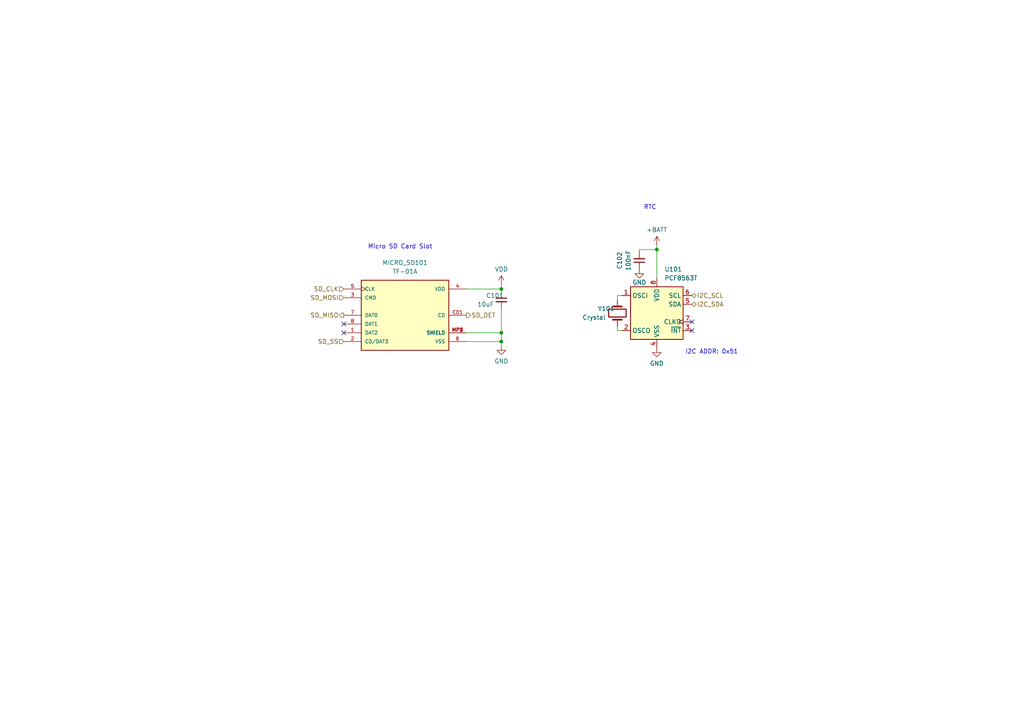
<source format=kicad_sch>
(kicad_sch
	(version 20231120)
	(generator "eeschema")
	(generator_version "8.0")
	(uuid "d339b9d8-51a7-460e-bb19-8d8c25d3e2aa")
	(paper "A4")
	(lib_symbols
		(symbol "Device:C_Small"
			(pin_numbers hide)
			(pin_names
				(offset 0.254) hide)
			(exclude_from_sim no)
			(in_bom yes)
			(on_board yes)
			(property "Reference" "C"
				(at 0.254 1.778 0)
				(effects
					(font
						(size 1.27 1.27)
					)
					(justify left)
				)
			)
			(property "Value" "C_Small"
				(at 0.254 -2.032 0)
				(effects
					(font
						(size 1.27 1.27)
					)
					(justify left)
				)
			)
			(property "Footprint" ""
				(at 0 0 0)
				(effects
					(font
						(size 1.27 1.27)
					)
					(hide yes)
				)
			)
			(property "Datasheet" "~"
				(at 0 0 0)
				(effects
					(font
						(size 1.27 1.27)
					)
					(hide yes)
				)
			)
			(property "Description" "Unpolarized capacitor, small symbol"
				(at 0 0 0)
				(effects
					(font
						(size 1.27 1.27)
					)
					(hide yes)
				)
			)
			(property "ki_keywords" "capacitor cap"
				(at 0 0 0)
				(effects
					(font
						(size 1.27 1.27)
					)
					(hide yes)
				)
			)
			(property "ki_fp_filters" "C_*"
				(at 0 0 0)
				(effects
					(font
						(size 1.27 1.27)
					)
					(hide yes)
				)
			)
			(symbol "C_Small_0_1"
				(polyline
					(pts
						(xy -1.524 -0.508) (xy 1.524 -0.508)
					)
					(stroke
						(width 0.3302)
						(type default)
					)
					(fill
						(type none)
					)
				)
				(polyline
					(pts
						(xy -1.524 0.508) (xy 1.524 0.508)
					)
					(stroke
						(width 0.3048)
						(type default)
					)
					(fill
						(type none)
					)
				)
			)
			(symbol "C_Small_1_1"
				(pin passive line
					(at 0 2.54 270)
					(length 2.032)
					(name "~"
						(effects
							(font
								(size 1.27 1.27)
							)
						)
					)
					(number "1"
						(effects
							(font
								(size 1.27 1.27)
							)
						)
					)
				)
				(pin passive line
					(at 0 -2.54 90)
					(length 2.032)
					(name "~"
						(effects
							(font
								(size 1.27 1.27)
							)
						)
					)
					(number "2"
						(effects
							(font
								(size 1.27 1.27)
							)
						)
					)
				)
			)
		)
		(symbol "Device:Crystal"
			(pin_numbers hide)
			(pin_names
				(offset 1.016) hide)
			(exclude_from_sim no)
			(in_bom yes)
			(on_board yes)
			(property "Reference" "Y"
				(at 0 3.81 0)
				(effects
					(font
						(size 1.27 1.27)
					)
				)
			)
			(property "Value" "Crystal"
				(at 0 -3.81 0)
				(effects
					(font
						(size 1.27 1.27)
					)
				)
			)
			(property "Footprint" ""
				(at 0 0 0)
				(effects
					(font
						(size 1.27 1.27)
					)
					(hide yes)
				)
			)
			(property "Datasheet" "~"
				(at 0 0 0)
				(effects
					(font
						(size 1.27 1.27)
					)
					(hide yes)
				)
			)
			(property "Description" "Two pin crystal"
				(at 0 0 0)
				(effects
					(font
						(size 1.27 1.27)
					)
					(hide yes)
				)
			)
			(property "ki_keywords" "quartz ceramic resonator oscillator"
				(at 0 0 0)
				(effects
					(font
						(size 1.27 1.27)
					)
					(hide yes)
				)
			)
			(property "ki_fp_filters" "Crystal*"
				(at 0 0 0)
				(effects
					(font
						(size 1.27 1.27)
					)
					(hide yes)
				)
			)
			(symbol "Crystal_0_1"
				(rectangle
					(start -1.143 2.54)
					(end 1.143 -2.54)
					(stroke
						(width 0.3048)
						(type default)
					)
					(fill
						(type none)
					)
				)
				(polyline
					(pts
						(xy -2.54 0) (xy -1.905 0)
					)
					(stroke
						(width 0)
						(type default)
					)
					(fill
						(type none)
					)
				)
				(polyline
					(pts
						(xy -1.905 -1.27) (xy -1.905 1.27)
					)
					(stroke
						(width 0.508)
						(type default)
					)
					(fill
						(type none)
					)
				)
				(polyline
					(pts
						(xy 1.905 -1.27) (xy 1.905 1.27)
					)
					(stroke
						(width 0.508)
						(type default)
					)
					(fill
						(type none)
					)
				)
				(polyline
					(pts
						(xy 2.54 0) (xy 1.905 0)
					)
					(stroke
						(width 0)
						(type default)
					)
					(fill
						(type none)
					)
				)
			)
			(symbol "Crystal_1_1"
				(pin passive line
					(at -3.81 0 0)
					(length 1.27)
					(name "1"
						(effects
							(font
								(size 1.27 1.27)
							)
						)
					)
					(number "1"
						(effects
							(font
								(size 1.27 1.27)
							)
						)
					)
				)
				(pin passive line
					(at 3.81 0 180)
					(length 1.27)
					(name "2"
						(effects
							(font
								(size 1.27 1.27)
							)
						)
					)
					(number "2"
						(effects
							(font
								(size 1.27 1.27)
							)
						)
					)
				)
			)
		)
		(symbol "Timer_RTC:PCF8563T"
			(exclude_from_sim no)
			(in_bom yes)
			(on_board yes)
			(property "Reference" "U"
				(at -7.62 8.89 0)
				(effects
					(font
						(size 1.27 1.27)
					)
					(justify left)
				)
			)
			(property "Value" "PCF8563T"
				(at 2.54 8.89 0)
				(effects
					(font
						(size 1.27 1.27)
					)
					(justify left)
				)
			)
			(property "Footprint" "Package_SO:SOIC-8_3.9x4.9mm_P1.27mm"
				(at 0 0 0)
				(effects
					(font
						(size 1.27 1.27)
					)
					(hide yes)
				)
			)
			(property "Datasheet" "https://www.nxp.com/docs/en/data-sheet/PCF8563.pdf"
				(at 0 0 0)
				(effects
					(font
						(size 1.27 1.27)
					)
					(hide yes)
				)
			)
			(property "Description" "Realtime Clock/Calendar I2C Interface, SOIC-8"
				(at 0 0 0)
				(effects
					(font
						(size 1.27 1.27)
					)
					(hide yes)
				)
			)
			(property "ki_keywords" "I2C RTC Clock Calendar"
				(at 0 0 0)
				(effects
					(font
						(size 1.27 1.27)
					)
					(hide yes)
				)
			)
			(property "ki_fp_filters" "SOIC*3.9x4.9mm*P1.27mm*"
				(at 0 0 0)
				(effects
					(font
						(size 1.27 1.27)
					)
					(hide yes)
				)
			)
			(symbol "PCF8563T_0_1"
				(rectangle
					(start -7.62 7.62)
					(end 7.62 -7.62)
					(stroke
						(width 0.254)
						(type default)
					)
					(fill
						(type background)
					)
				)
			)
			(symbol "PCF8563T_1_1"
				(pin input line
					(at -10.16 5.08 0)
					(length 2.54)
					(name "OSCI"
						(effects
							(font
								(size 1.27 1.27)
							)
						)
					)
					(number "1"
						(effects
							(font
								(size 1.27 1.27)
							)
						)
					)
				)
				(pin output line
					(at -10.16 -5.08 0)
					(length 2.54)
					(name "OSCO"
						(effects
							(font
								(size 1.27 1.27)
							)
						)
					)
					(number "2"
						(effects
							(font
								(size 1.27 1.27)
							)
						)
					)
				)
				(pin output line
					(at 10.16 -5.08 180)
					(length 2.54)
					(name "~{INT}"
						(effects
							(font
								(size 1.27 1.27)
							)
						)
					)
					(number "3"
						(effects
							(font
								(size 1.27 1.27)
							)
						)
					)
				)
				(pin power_in line
					(at 0 -10.16 90)
					(length 2.54)
					(name "VSS"
						(effects
							(font
								(size 1.27 1.27)
							)
						)
					)
					(number "4"
						(effects
							(font
								(size 1.27 1.27)
							)
						)
					)
				)
				(pin bidirectional line
					(at 10.16 2.54 180)
					(length 2.54)
					(name "SDA"
						(effects
							(font
								(size 1.27 1.27)
							)
						)
					)
					(number "5"
						(effects
							(font
								(size 1.27 1.27)
							)
						)
					)
				)
				(pin input line
					(at 10.16 5.08 180)
					(length 2.54)
					(name "SCL"
						(effects
							(font
								(size 1.27 1.27)
							)
						)
					)
					(number "6"
						(effects
							(font
								(size 1.27 1.27)
							)
						)
					)
				)
				(pin output clock
					(at 10.16 -2.54 180)
					(length 2.54)
					(name "CLKO"
						(effects
							(font
								(size 1.27 1.27)
							)
						)
					)
					(number "7"
						(effects
							(font
								(size 1.27 1.27)
							)
						)
					)
				)
				(pin power_in line
					(at 0 10.16 270)
					(length 2.54)
					(name "VDD"
						(effects
							(font
								(size 1.27 1.27)
							)
						)
					)
					(number "8"
						(effects
							(font
								(size 1.27 1.27)
							)
						)
					)
				)
			)
		)
		(symbol "WOBCLibrary:TF-01A"
			(pin_names
				(offset 1.016)
			)
			(exclude_from_sim no)
			(in_bom yes)
			(on_board yes)
			(property "Reference" "MICRO_SD"
				(at -12.7 10.795 0)
				(effects
					(font
						(size 1.27 1.27)
					)
					(justify left bottom)
				)
			)
			(property "Value" "TF-01A"
				(at -12.7 -12.7 0)
				(effects
					(font
						(size 1.27 1.27)
					)
					(justify left bottom)
				)
			)
			(property "Footprint" "WOBCLibrary:TF-01A"
				(at 0 0 0)
				(effects
					(font
						(size 1.27 1.27)
					)
					(justify bottom)
					(hide yes)
				)
			)
			(property "Datasheet" ""
				(at 0 0 0)
				(effects
					(font
						(size 1.27 1.27)
					)
					(hide yes)
				)
			)
			(property "Description" "\nStandard Card Edge Connectors\n"
				(at 0 0 0)
				(effects
					(font
						(size 1.27 1.27)
					)
					(justify bottom)
					(hide yes)
				)
			)
			(property "MF" "HRO Electronics Co., Ltd."
				(at 0 0 0)
				(effects
					(font
						(size 1.27 1.27)
					)
					(justify bottom)
					(hide yes)
				)
			)
			(property "Package" "Package"
				(at 0 0 0)
				(effects
					(font
						(size 1.27 1.27)
					)
					(justify bottom)
					(hide yes)
				)
			)
			(property "Price" "None"
				(at 0 0 0)
				(effects
					(font
						(size 1.27 1.27)
					)
					(justify bottom)
					(hide yes)
				)
			)
			(property "SnapEDA_Link" "https://www.snapeda.com/parts/TF-01A/HRO+Electronics+Co.%252C+Ltd./view-part/?ref=snap"
				(at 0 0 0)
				(effects
					(font
						(size 1.27 1.27)
					)
					(justify bottom)
					(hide yes)
				)
			)
			(property "MP" "TF-01A"
				(at 0 0 0)
				(effects
					(font
						(size 1.27 1.27)
					)
					(justify bottom)
					(hide yes)
				)
			)
			(property "Availability" "Not in stock"
				(at 0 0 0)
				(effects
					(font
						(size 1.27 1.27)
					)
					(justify bottom)
					(hide yes)
				)
			)
			(property "Check_prices" "https://www.snapeda.com/parts/TF-01A/HRO+Electronics+Co.%252C+Ltd./view-part/?ref=eda"
				(at 0 0 0)
				(effects
					(font
						(size 1.27 1.27)
					)
					(justify bottom)
					(hide yes)
				)
			)
			(symbol "TF-01A_0_0"
				(rectangle
					(start -12.7 -10.16)
					(end 12.7 10.16)
					(stroke
						(width 0.254)
						(type default)
					)
					(fill
						(type background)
					)
				)
				(pin bidirectional line
					(at -17.78 -5.08 0)
					(length 5.08)
					(name "DAT2"
						(effects
							(font
								(size 1.016 1.016)
							)
						)
					)
					(number "1"
						(effects
							(font
								(size 1.016 1.016)
							)
						)
					)
				)
				(pin bidirectional line
					(at -17.78 -7.62 0)
					(length 5.08)
					(name "CD/DAT3"
						(effects
							(font
								(size 1.016 1.016)
							)
						)
					)
					(number "2"
						(effects
							(font
								(size 1.016 1.016)
							)
						)
					)
				)
				(pin bidirectional line
					(at -17.78 5.08 0)
					(length 5.08)
					(name "CMD"
						(effects
							(font
								(size 1.016 1.016)
							)
						)
					)
					(number "3"
						(effects
							(font
								(size 1.016 1.016)
							)
						)
					)
				)
				(pin power_in line
					(at 17.78 7.62 180)
					(length 5.08)
					(name "VDD"
						(effects
							(font
								(size 1.016 1.016)
							)
						)
					)
					(number "4"
						(effects
							(font
								(size 1.016 1.016)
							)
						)
					)
				)
				(pin bidirectional clock
					(at -17.78 7.62 0)
					(length 5.08)
					(name "CLK"
						(effects
							(font
								(size 1.016 1.016)
							)
						)
					)
					(number "5"
						(effects
							(font
								(size 1.016 1.016)
							)
						)
					)
				)
				(pin power_in line
					(at 17.78 -7.62 180)
					(length 5.08)
					(name "VSS"
						(effects
							(font
								(size 1.016 1.016)
							)
						)
					)
					(number "6"
						(effects
							(font
								(size 1.016 1.016)
							)
						)
					)
				)
				(pin bidirectional line
					(at -17.78 0 0)
					(length 5.08)
					(name "DAT0"
						(effects
							(font
								(size 1.016 1.016)
							)
						)
					)
					(number "7"
						(effects
							(font
								(size 1.016 1.016)
							)
						)
					)
				)
				(pin bidirectional line
					(at -17.78 -2.54 0)
					(length 5.08)
					(name "DAT1"
						(effects
							(font
								(size 1.016 1.016)
							)
						)
					)
					(number "8"
						(effects
							(font
								(size 1.016 1.016)
							)
						)
					)
				)
				(pin passive line
					(at 17.78 0 180)
					(length 5.08)
					(name "CD"
						(effects
							(font
								(size 1.016 1.016)
							)
						)
					)
					(number "CD1"
						(effects
							(font
								(size 1.016 1.016)
							)
						)
					)
				)
				(pin power_in line
					(at 17.78 -5.08 180)
					(length 5.08)
					(name "SHIELD"
						(effects
							(font
								(size 1.016 1.016)
							)
						)
					)
					(number "MP1"
						(effects
							(font
								(size 1.016 1.016)
							)
						)
					)
				)
				(pin power_in line
					(at 17.78 -5.08 180)
					(length 5.08)
					(name "SHIELD"
						(effects
							(font
								(size 1.016 1.016)
							)
						)
					)
					(number "MP2"
						(effects
							(font
								(size 1.016 1.016)
							)
						)
					)
				)
				(pin power_in line
					(at 17.78 -5.08 180)
					(length 5.08)
					(name "SHIELD"
						(effects
							(font
								(size 1.016 1.016)
							)
						)
					)
					(number "MP3"
						(effects
							(font
								(size 1.016 1.016)
							)
						)
					)
				)
				(pin power_in line
					(at 17.78 -5.08 180)
					(length 5.08)
					(name "SHIELD"
						(effects
							(font
								(size 1.016 1.016)
							)
						)
					)
					(number "MP4"
						(effects
							(font
								(size 1.016 1.016)
							)
						)
					)
				)
			)
		)
		(symbol "power:+BATT"
			(power)
			(pin_names
				(offset 0)
			)
			(exclude_from_sim no)
			(in_bom yes)
			(on_board yes)
			(property "Reference" "#PWR"
				(at 0 -3.81 0)
				(effects
					(font
						(size 1.27 1.27)
					)
					(hide yes)
				)
			)
			(property "Value" "+BATT"
				(at 0 3.556 0)
				(effects
					(font
						(size 1.27 1.27)
					)
				)
			)
			(property "Footprint" ""
				(at 0 0 0)
				(effects
					(font
						(size 1.27 1.27)
					)
					(hide yes)
				)
			)
			(property "Datasheet" ""
				(at 0 0 0)
				(effects
					(font
						(size 1.27 1.27)
					)
					(hide yes)
				)
			)
			(property "Description" "Power symbol creates a global label with name \"+BATT\""
				(at 0 0 0)
				(effects
					(font
						(size 1.27 1.27)
					)
					(hide yes)
				)
			)
			(property "ki_keywords" "global power battery"
				(at 0 0 0)
				(effects
					(font
						(size 1.27 1.27)
					)
					(hide yes)
				)
			)
			(symbol "+BATT_0_1"
				(polyline
					(pts
						(xy -0.762 1.27) (xy 0 2.54)
					)
					(stroke
						(width 0)
						(type default)
					)
					(fill
						(type none)
					)
				)
				(polyline
					(pts
						(xy 0 0) (xy 0 2.54)
					)
					(stroke
						(width 0)
						(type default)
					)
					(fill
						(type none)
					)
				)
				(polyline
					(pts
						(xy 0 2.54) (xy 0.762 1.27)
					)
					(stroke
						(width 0)
						(type default)
					)
					(fill
						(type none)
					)
				)
			)
			(symbol "+BATT_1_1"
				(pin power_in line
					(at 0 0 90)
					(length 0) hide
					(name "+BATT"
						(effects
							(font
								(size 1.27 1.27)
							)
						)
					)
					(number "1"
						(effects
							(font
								(size 1.27 1.27)
							)
						)
					)
				)
			)
		)
		(symbol "power:GND"
			(power)
			(pin_names
				(offset 0)
			)
			(exclude_from_sim no)
			(in_bom yes)
			(on_board yes)
			(property "Reference" "#PWR"
				(at 0 -6.35 0)
				(effects
					(font
						(size 1.27 1.27)
					)
					(hide yes)
				)
			)
			(property "Value" "GND"
				(at 0 -3.81 0)
				(effects
					(font
						(size 1.27 1.27)
					)
				)
			)
			(property "Footprint" ""
				(at 0 0 0)
				(effects
					(font
						(size 1.27 1.27)
					)
					(hide yes)
				)
			)
			(property "Datasheet" ""
				(at 0 0 0)
				(effects
					(font
						(size 1.27 1.27)
					)
					(hide yes)
				)
			)
			(property "Description" "Power symbol creates a global label with name \"GND\" , ground"
				(at 0 0 0)
				(effects
					(font
						(size 1.27 1.27)
					)
					(hide yes)
				)
			)
			(property "ki_keywords" "global power"
				(at 0 0 0)
				(effects
					(font
						(size 1.27 1.27)
					)
					(hide yes)
				)
			)
			(symbol "GND_0_1"
				(polyline
					(pts
						(xy 0 0) (xy 0 -1.27) (xy 1.27 -1.27) (xy 0 -2.54) (xy -1.27 -1.27) (xy 0 -1.27)
					)
					(stroke
						(width 0)
						(type default)
					)
					(fill
						(type none)
					)
				)
			)
			(symbol "GND_1_1"
				(pin power_in line
					(at 0 0 270)
					(length 0) hide
					(name "GND"
						(effects
							(font
								(size 1.27 1.27)
							)
						)
					)
					(number "1"
						(effects
							(font
								(size 1.27 1.27)
							)
						)
					)
				)
			)
		)
		(symbol "power:VDD"
			(power)
			(pin_names
				(offset 0)
			)
			(exclude_from_sim no)
			(in_bom yes)
			(on_board yes)
			(property "Reference" "#PWR"
				(at 0 -3.81 0)
				(effects
					(font
						(size 1.27 1.27)
					)
					(hide yes)
				)
			)
			(property "Value" "VDD"
				(at 0 3.81 0)
				(effects
					(font
						(size 1.27 1.27)
					)
				)
			)
			(property "Footprint" ""
				(at 0 0 0)
				(effects
					(font
						(size 1.27 1.27)
					)
					(hide yes)
				)
			)
			(property "Datasheet" ""
				(at 0 0 0)
				(effects
					(font
						(size 1.27 1.27)
					)
					(hide yes)
				)
			)
			(property "Description" "Power symbol creates a global label with name \"VDD\""
				(at 0 0 0)
				(effects
					(font
						(size 1.27 1.27)
					)
					(hide yes)
				)
			)
			(property "ki_keywords" "global power"
				(at 0 0 0)
				(effects
					(font
						(size 1.27 1.27)
					)
					(hide yes)
				)
			)
			(symbol "VDD_0_1"
				(polyline
					(pts
						(xy -0.762 1.27) (xy 0 2.54)
					)
					(stroke
						(width 0)
						(type default)
					)
					(fill
						(type none)
					)
				)
				(polyline
					(pts
						(xy 0 0) (xy 0 2.54)
					)
					(stroke
						(width 0)
						(type default)
					)
					(fill
						(type none)
					)
				)
				(polyline
					(pts
						(xy 0 2.54) (xy 0.762 1.27)
					)
					(stroke
						(width 0)
						(type default)
					)
					(fill
						(type none)
					)
				)
			)
			(symbol "VDD_1_1"
				(pin power_in line
					(at 0 0 90)
					(length 0) hide
					(name "VDD"
						(effects
							(font
								(size 1.27 1.27)
							)
						)
					)
					(number "1"
						(effects
							(font
								(size 1.27 1.27)
							)
						)
					)
				)
			)
		)
	)
	(junction
		(at 190.5 72.39)
		(diameter 0)
		(color 0 0 0 0)
		(uuid "3b475a1a-ca94-4d16-819e-4d128e5c135c")
	)
	(junction
		(at 145.415 96.52)
		(diameter 0)
		(color 0 0 0 0)
		(uuid "8c31e987-c5cf-483a-940d-28cb39067f52")
	)
	(junction
		(at 145.415 99.06)
		(diameter 0)
		(color 0 0 0 0)
		(uuid "a2482900-a0e1-4bd2-bdef-80839f06a587")
	)
	(junction
		(at 145.415 83.82)
		(diameter 0)
		(color 0 0 0 0)
		(uuid "a38409bb-b0e6-48b3-971a-1016aa5d8bfc")
	)
	(no_connect
		(at 99.695 93.98)
		(uuid "2ded9b6f-dcf8-4043-9322-04dd055b8b69")
	)
	(no_connect
		(at 99.695 96.52)
		(uuid "43d5e9f5-1596-49d1-a9f2-49061b6b771c")
	)
	(no_connect
		(at 200.66 95.885)
		(uuid "e1eb202a-e9c1-4783-88d7-7eeccd8bc036")
	)
	(no_connect
		(at 200.66 93.345)
		(uuid "eb1cac15-6aca-487b-8559-d07fe7e391bd")
	)
	(wire
		(pts
			(xy 190.5 71.12) (xy 190.5 72.39)
		)
		(stroke
			(width 0)
			(type default)
		)
		(uuid "12bf93d2-bd88-4fd4-840c-e1b70306c96d")
	)
	(wire
		(pts
			(xy 135.255 83.82) (xy 145.415 83.82)
		)
		(stroke
			(width 0)
			(type default)
		)
		(uuid "3f646044-708b-4c35-9d8a-71e4f56b5662")
	)
	(wire
		(pts
			(xy 145.415 89.535) (xy 145.415 96.52)
		)
		(stroke
			(width 0)
			(type default)
		)
		(uuid "56ea9976-10ea-421d-b88d-67c98d771abb")
	)
	(wire
		(pts
			(xy 185.42 73.025) (xy 185.42 72.39)
		)
		(stroke
			(width 0)
			(type default)
		)
		(uuid "714cd20a-8944-499a-975b-a31009af8c05")
	)
	(wire
		(pts
			(xy 190.5 72.39) (xy 190.5 80.645)
		)
		(stroke
			(width 0)
			(type default)
		)
		(uuid "80bafb65-25a3-48ae-9567-414f3b906fbe")
	)
	(wire
		(pts
			(xy 145.415 82.55) (xy 145.415 83.82)
		)
		(stroke
			(width 0)
			(type default)
		)
		(uuid "88fd2990-d69b-4067-a3aa-b0819d73d912")
	)
	(wire
		(pts
			(xy 145.415 99.06) (xy 145.415 100.33)
		)
		(stroke
			(width 0)
			(type default)
		)
		(uuid "8ec4d013-c72e-4077-a86d-3ab25aeaf476")
	)
	(wire
		(pts
			(xy 179.07 86.995) (xy 179.07 85.725)
		)
		(stroke
			(width 0)
			(type default)
		)
		(uuid "9d9af862-037b-45ad-9346-b03eca79b170")
	)
	(wire
		(pts
			(xy 135.255 96.52) (xy 145.415 96.52)
		)
		(stroke
			(width 0)
			(type default)
		)
		(uuid "ac7b3289-bedb-4083-9c53-544296ac347f")
	)
	(wire
		(pts
			(xy 135.255 99.06) (xy 145.415 99.06)
		)
		(stroke
			(width 0)
			(type default)
		)
		(uuid "ad1b3316-4e39-4c03-a459-59d41a8c5d16")
	)
	(wire
		(pts
			(xy 185.42 72.39) (xy 190.5 72.39)
		)
		(stroke
			(width 0)
			(type default)
		)
		(uuid "b25c5976-1db8-4c90-8d7f-0e39c2baef1d")
	)
	(wire
		(pts
			(xy 145.415 96.52) (xy 145.415 99.06)
		)
		(stroke
			(width 0)
			(type default)
		)
		(uuid "bdaa656a-8775-495c-bffd-713bde9576eb")
	)
	(wire
		(pts
			(xy 179.07 85.725) (xy 180.34 85.725)
		)
		(stroke
			(width 0)
			(type default)
		)
		(uuid "d6ca4650-7257-4426-a064-5477efc33442")
	)
	(wire
		(pts
			(xy 179.07 94.615) (xy 179.07 95.885)
		)
		(stroke
			(width 0)
			(type default)
		)
		(uuid "da62f090-4d79-40d8-920b-9121132fcb15")
	)
	(wire
		(pts
			(xy 145.415 83.82) (xy 145.415 84.455)
		)
		(stroke
			(width 0)
			(type default)
		)
		(uuid "dcdcf5f7-cf58-4eee-8286-54f0af596e88")
	)
	(wire
		(pts
			(xy 179.07 95.885) (xy 180.34 95.885)
		)
		(stroke
			(width 0)
			(type default)
		)
		(uuid "e57f5a2b-387a-4d37-b549-f68172c7a6a4")
	)
	(text "Micro SD Card Slot"
		(exclude_from_sim no)
		(at 106.68 72.39 0)
		(effects
			(font
				(size 1.27 1.27)
			)
			(justify left bottom)
		)
		(uuid "37742fb2-78d3-4963-9f5d-4630c7042cab")
	)
	(text "RTC"
		(exclude_from_sim no)
		(at 186.69 60.96 0)
		(effects
			(font
				(size 1.27 1.27)
			)
			(justify left bottom)
		)
		(uuid "480645a6-345b-4906-b690-30f284e2d1f5")
	)
	(text "I2C ADDR: 0x51"
		(exclude_from_sim no)
		(at 198.755 102.87 0)
		(effects
			(font
				(size 1.27 1.27)
			)
			(justify left bottom)
		)
		(uuid "864b9151-9311-4f72-b338-23ad8dbc79bf")
	)
	(hierarchical_label "I2C_SCL"
		(shape bidirectional)
		(at 200.66 85.725 0)
		(fields_autoplaced yes)
		(effects
			(font
				(size 1.27 1.27)
			)
			(justify left)
		)
		(uuid "23020961-ad87-4e5a-b043-0803dfedeedb")
	)
	(hierarchical_label "SD_MOSI"
		(shape input)
		(at 99.695 86.36 180)
		(fields_autoplaced yes)
		(effects
			(font
				(size 1.27 1.27)
			)
			(justify right)
		)
		(uuid "53dd961b-a8b2-4030-86b1-596c9318362f")
	)
	(hierarchical_label "SD_MISO"
		(shape output)
		(at 99.695 91.44 180)
		(fields_autoplaced yes)
		(effects
			(font
				(size 1.27 1.27)
			)
			(justify right)
		)
		(uuid "65e3465f-9f1e-4ab0-b824-edee1bf8b051")
	)
	(hierarchical_label "SD_DET"
		(shape output)
		(at 135.255 91.44 0)
		(fields_autoplaced yes)
		(effects
			(font
				(size 1.27 1.27)
			)
			(justify left)
		)
		(uuid "81ab3bc4-b48a-48dc-9ee7-dc3e4e50c8be")
	)
	(hierarchical_label "I2C_SDA"
		(shape bidirectional)
		(at 200.66 88.265 0)
		(fields_autoplaced yes)
		(effects
			(font
				(size 1.27 1.27)
			)
			(justify left)
		)
		(uuid "b1d59416-1781-472d-82d4-fb9cf3ccf8f8")
	)
	(hierarchical_label "SD_SS"
		(shape input)
		(at 99.695 99.06 180)
		(fields_autoplaced yes)
		(effects
			(font
				(size 1.27 1.27)
			)
			(justify right)
		)
		(uuid "b5ab4b21-a389-474f-8239-3c227a13392b")
	)
	(hierarchical_label "SD_CLK"
		(shape input)
		(at 99.695 83.82 180)
		(fields_autoplaced yes)
		(effects
			(font
				(size 1.27 1.27)
			)
			(justify right)
		)
		(uuid "fa5db796-7d59-44fd-8563-6e3090351d16")
	)
	(symbol
		(lib_id "Device:C_Small")
		(at 145.415 86.995 0)
		(unit 1)
		(exclude_from_sim no)
		(in_bom yes)
		(on_board yes)
		(dnp no)
		(uuid "061e4163-88c9-43ac-915a-a1148ee67af8")
		(property "Reference" "C20"
			(at 140.97 85.725 0)
			(effects
				(font
					(size 1.27 1.27)
				)
				(justify left)
			)
		)
		(property "Value" "10uF"
			(at 138.43 88.265 0)
			(effects
				(font
					(size 1.27 1.27)
				)
				(justify left)
			)
		)
		(property "Footprint" "Capacitor_SMD:C_0402_1005Metric"
			(at 145.415 86.995 0)
			(effects
				(font
					(size 1.27 1.27)
				)
				(hide yes)
			)
		)
		(property "Datasheet" "~"
			(at 145.415 86.995 0)
			(effects
				(font
					(size 1.27 1.27)
				)
				(hide yes)
			)
		)
		(property "Description" ""
			(at 145.415 86.995 0)
			(effects
				(font
					(size 1.27 1.27)
				)
				(hide yes)
			)
		)
		(property "LCSC" "C96446"
			(at 145.415 86.995 0)
			(effects
				(font
					(size 1.27 1.27)
				)
				(hide yes)
			)
		)
		(pin "1"
			(uuid "b08793bf-57f2-48eb-8f7e-f9d336a98fc7")
		)
		(pin "2"
			(uuid "1c5020df-54f6-416f-95a8-5245c6c4dcb5")
		)
		(instances
			(project "GS"
				(path "/920f9ee9-d8de-4f24-ad72-1c45434a67fe/2c35cf26-1e44-42e5-8139-efbe5f54c1ed"
					(reference "C20")
					(unit 1)
				)
			)
			(project "GS"
				(path "/bbee8c47-266c-4026-940d-10a37b262ebb/d06d8ea6-591b-4b14-9ff0-14d1b72b4b8b"
					(reference "C401")
					(unit 1)
				)
			)
			(project "Logger"
				(path "/d339b9d8-51a7-460e-bb19-8d8c25d3e2aa"
					(reference "C101")
					(unit 1)
				)
			)
		)
	)
	(symbol
		(lib_id "WOBCLibrary:TF-01A")
		(at 117.475 91.44 0)
		(unit 1)
		(exclude_from_sim no)
		(in_bom yes)
		(on_board yes)
		(dnp no)
		(fields_autoplaced yes)
		(uuid "16e16059-d81c-4be3-9a06-e21042430304")
		(property "Reference" "MICRO_SD1"
			(at 117.475 76.2 0)
			(effects
				(font
					(size 1.27 1.27)
				)
			)
		)
		(property "Value" "TF-01A"
			(at 117.475 78.74 0)
			(effects
				(font
					(size 1.27 1.27)
				)
			)
		)
		(property "Footprint" "WOBCLibrary:TF-01A"
			(at 117.475 91.44 0)
			(effects
				(font
					(size 1.27 1.27)
				)
				(justify bottom)
				(hide yes)
			)
		)
		(property "Datasheet" ""
			(at 117.475 91.44 0)
			(effects
				(font
					(size 1.27 1.27)
				)
				(hide yes)
			)
		)
		(property "Description" "\nStandard Card Edge Connectors\n"
			(at 117.475 91.44 0)
			(effects
				(font
					(size 1.27 1.27)
				)
				(justify bottom)
				(hide yes)
			)
		)
		(property "MF" "HRO Electronics Co., Ltd."
			(at 117.475 91.44 0)
			(effects
				(font
					(size 1.27 1.27)
				)
				(justify bottom)
				(hide yes)
			)
		)
		(property "Package" "Package"
			(at 117.475 91.44 0)
			(effects
				(font
					(size 1.27 1.27)
				)
				(justify bottom)
				(hide yes)
			)
		)
		(property "Price" "None"
			(at 117.475 91.44 0)
			(effects
				(font
					(size 1.27 1.27)
				)
				(justify bottom)
				(hide yes)
			)
		)
		(property "SnapEDA_Link" "https://www.snapeda.com/parts/TF-01A/HRO+Electronics+Co.%252C+Ltd./view-part/?ref=snap"
			(at 117.475 91.44 0)
			(effects
				(font
					(size 1.27 1.27)
				)
				(justify bottom)
				(hide yes)
			)
		)
		(property "MP" "TF-01A"
			(at 117.475 91.44 0)
			(effects
				(font
					(size 1.27 1.27)
				)
				(justify bottom)
				(hide yes)
			)
		)
		(property "Availability" "Not in stock"
			(at 117.475 91.44 0)
			(effects
				(font
					(size 1.27 1.27)
				)
				(justify bottom)
				(hide yes)
			)
		)
		(property "Check_prices" "https://www.snapeda.com/parts/TF-01A/HRO+Electronics+Co.%252C+Ltd./view-part/?ref=eda"
			(at 117.475 91.44 0)
			(effects
				(font
					(size 1.27 1.27)
				)
				(justify bottom)
				(hide yes)
			)
		)
		(property "LCSC" "C5155563"
			(at 117.475 91.44 0)
			(effects
				(font
					(size 1.27 1.27)
				)
				(hide yes)
			)
		)
		(pin "1"
			(uuid "e3550bef-780d-4381-b00d-f940b1909e01")
		)
		(pin "2"
			(uuid "6ca37100-5930-4f6f-83fe-e1359c4a1ea2")
		)
		(pin "3"
			(uuid "cffd0ca1-7d47-4e59-970d-255aff017246")
		)
		(pin "4"
			(uuid "866b9867-7cfe-4b1a-ab39-77fdb4d72978")
		)
		(pin "5"
			(uuid "0ff3c34a-073d-4458-98ef-9dbfa31857cb")
		)
		(pin "6"
			(uuid "30227053-15a2-45e8-8158-331e2f4be967")
		)
		(pin "7"
			(uuid "a02784d3-438b-448b-9a2d-6771bdd78941")
		)
		(pin "8"
			(uuid "0fb8310a-8477-4579-9100-e82b576f5910")
		)
		(pin "CD1"
			(uuid "91e6ed6a-1820-41c7-8455-74334e4768de")
		)
		(pin "MP1"
			(uuid "c52a07f1-7889-470e-b13f-8165a4612627")
		)
		(pin "MP2"
			(uuid "0cd41747-5a20-48f6-8b37-19b103baf7ef")
		)
		(pin "MP3"
			(uuid "a2fe078b-de19-4be3-819b-5d78da9774f3")
		)
		(pin "MP4"
			(uuid "e5efd396-2ecc-44fb-9149-bdaf397f222f")
		)
		(instances
			(project "GS"
				(path "/920f9ee9-d8de-4f24-ad72-1c45434a67fe/2c35cf26-1e44-42e5-8139-efbe5f54c1ed"
					(reference "MICRO_SD1")
					(unit 1)
				)
			)
			(project "GS"
				(path "/bbee8c47-266c-4026-940d-10a37b262ebb/d06d8ea6-591b-4b14-9ff0-14d1b72b4b8b"
					(reference "MICRO_SD401")
					(unit 1)
				)
			)
			(project "Logger"
				(path "/d339b9d8-51a7-460e-bb19-8d8c25d3e2aa"
					(reference "MICRO_SD101")
					(unit 1)
				)
			)
		)
	)
	(symbol
		(lib_id "power:GND")
		(at 185.42 78.105 0)
		(unit 1)
		(exclude_from_sim no)
		(in_bom yes)
		(on_board yes)
		(dnp no)
		(uuid "232da5b7-13dc-44c3-b246-f89fcc82eadb")
		(property "Reference" "#PWR063"
			(at 185.42 84.455 0)
			(effects
				(font
					(size 1.27 1.27)
				)
				(hide yes)
			)
		)
		(property "Value" "GND"
			(at 185.42 81.915 0)
			(effects
				(font
					(size 1.27 1.27)
				)
			)
		)
		(property "Footprint" ""
			(at 185.42 78.105 0)
			(effects
				(font
					(size 1.27 1.27)
				)
				(hide yes)
			)
		)
		(property "Datasheet" ""
			(at 185.42 78.105 0)
			(effects
				(font
					(size 1.27 1.27)
				)
				(hide yes)
			)
		)
		(property "Description" ""
			(at 185.42 78.105 0)
			(effects
				(font
					(size 1.27 1.27)
				)
				(hide yes)
			)
		)
		(pin "1"
			(uuid "8e036220-10bf-4fd9-853d-6a4dea067853")
		)
		(instances
			(project "GS"
				(path "/920f9ee9-d8de-4f24-ad72-1c45434a67fe/2c35cf26-1e44-42e5-8139-efbe5f54c1ed"
					(reference "#PWR063")
					(unit 1)
				)
			)
			(project "GS"
				(path "/bbee8c47-266c-4026-940d-10a37b262ebb/d06d8ea6-591b-4b14-9ff0-14d1b72b4b8b"
					(reference "#PWR0403")
					(unit 1)
				)
			)
			(project "Logger"
				(path "/d339b9d8-51a7-460e-bb19-8d8c25d3e2aa"
					(reference "#PWR0103")
					(unit 1)
				)
			)
		)
	)
	(symbol
		(lib_id "power:GND")
		(at 190.5 100.965 0)
		(unit 1)
		(exclude_from_sim no)
		(in_bom yes)
		(on_board yes)
		(dnp no)
		(fields_autoplaced yes)
		(uuid "584bd797-b4bc-478e-93f5-dbac1fefb423")
		(property "Reference" "#PWR065"
			(at 190.5 107.315 0)
			(effects
				(font
					(size 1.27 1.27)
				)
				(hide yes)
			)
		)
		(property "Value" "GND"
			(at 190.5 105.41 0)
			(effects
				(font
					(size 1.27 1.27)
				)
			)
		)
		(property "Footprint" ""
			(at 190.5 100.965 0)
			(effects
				(font
					(size 1.27 1.27)
				)
				(hide yes)
			)
		)
		(property "Datasheet" ""
			(at 190.5 100.965 0)
			(effects
				(font
					(size 1.27 1.27)
				)
				(hide yes)
			)
		)
		(property "Description" ""
			(at 190.5 100.965 0)
			(effects
				(font
					(size 1.27 1.27)
				)
				(hide yes)
			)
		)
		(pin "1"
			(uuid "84bf30ea-9b4c-41a8-9c06-c1096f31731b")
		)
		(instances
			(project "GS"
				(path "/920f9ee9-d8de-4f24-ad72-1c45434a67fe/2c35cf26-1e44-42e5-8139-efbe5f54c1ed"
					(reference "#PWR065")
					(unit 1)
				)
			)
			(project "GS"
				(path "/bbee8c47-266c-4026-940d-10a37b262ebb/d06d8ea6-591b-4b14-9ff0-14d1b72b4b8b"
					(reference "#PWR0405")
					(unit 1)
				)
			)
			(project "Logger"
				(path "/d339b9d8-51a7-460e-bb19-8d8c25d3e2aa"
					(reference "#PWR0105")
					(unit 1)
				)
			)
		)
	)
	(symbol
		(lib_id "power:VDD")
		(at 145.415 82.55 0)
		(unit 1)
		(exclude_from_sim no)
		(in_bom yes)
		(on_board yes)
		(dnp no)
		(fields_autoplaced yes)
		(uuid "59dd57ee-b476-4311-b257-0f0b30b492e9")
		(property "Reference" "#PWR061"
			(at 145.415 86.36 0)
			(effects
				(font
					(size 1.27 1.27)
				)
				(hide yes)
			)
		)
		(property "Value" "VDD"
			(at 145.415 78.105 0)
			(effects
				(font
					(size 1.27 1.27)
				)
			)
		)
		(property "Footprint" ""
			(at 145.415 82.55 0)
			(effects
				(font
					(size 1.27 1.27)
				)
				(hide yes)
			)
		)
		(property "Datasheet" ""
			(at 145.415 82.55 0)
			(effects
				(font
					(size 1.27 1.27)
				)
				(hide yes)
			)
		)
		(property "Description" ""
			(at 145.415 82.55 0)
			(effects
				(font
					(size 1.27 1.27)
				)
				(hide yes)
			)
		)
		(pin "1"
			(uuid "9db506b0-a6dc-46ba-ab55-45a2cbb6a30e")
		)
		(instances
			(project "GS"
				(path "/920f9ee9-d8de-4f24-ad72-1c45434a67fe/2c35cf26-1e44-42e5-8139-efbe5f54c1ed"
					(reference "#PWR061")
					(unit 1)
				)
			)
			(project "GS"
				(path "/bbee8c47-266c-4026-940d-10a37b262ebb/d06d8ea6-591b-4b14-9ff0-14d1b72b4b8b"
					(reference "#PWR0401")
					(unit 1)
				)
			)
			(project "Logger"
				(path "/d339b9d8-51a7-460e-bb19-8d8c25d3e2aa"
					(reference "#PWR0101")
					(unit 1)
				)
			)
		)
	)
	(symbol
		(lib_id "Timer_RTC:PCF8563T")
		(at 190.5 90.805 0)
		(unit 1)
		(exclude_from_sim no)
		(in_bom yes)
		(on_board yes)
		(dnp no)
		(fields_autoplaced yes)
		(uuid "7ab32ddf-9e54-440a-a97e-d60d4db0b29a")
		(property "Reference" "U8"
			(at 192.6941 78.105 0)
			(effects
				(font
					(size 1.27 1.27)
				)
				(justify left)
			)
		)
		(property "Value" "PCF8563T"
			(at 192.6941 80.645 0)
			(effects
				(font
					(size 1.27 1.27)
				)
				(justify left)
			)
		)
		(property "Footprint" "Package_SO:SOIC-8_3.9x4.9mm_P1.27mm"
			(at 190.5 90.805 0)
			(effects
				(font
					(size 1.27 1.27)
				)
				(hide yes)
			)
		)
		(property "Datasheet" "https://www.nxp.com/docs/en/data-sheet/PCF8563.pdf"
			(at 190.5 90.805 0)
			(effects
				(font
					(size 1.27 1.27)
				)
				(hide yes)
			)
		)
		(property "Description" ""
			(at 190.5 90.805 0)
			(effects
				(font
					(size 1.27 1.27)
				)
				(hide yes)
			)
		)
		(property "LCSC" "C7440"
			(at 190.5 90.805 0)
			(effects
				(font
					(size 1.27 1.27)
				)
				(hide yes)
			)
		)
		(pin "1"
			(uuid "ac0ce6a4-f475-4c05-adf3-df5d2314e128")
		)
		(pin "2"
			(uuid "bb5b38b3-7e3e-4d9f-bf36-13c4d66d3326")
		)
		(pin "3"
			(uuid "bf13711a-bf48-4cc8-bda2-9a6c1c3e0f6c")
		)
		(pin "4"
			(uuid "983f9073-0063-435a-8c2b-cb91ba8a0f48")
		)
		(pin "5"
			(uuid "7b4671dc-9552-4d00-b25c-10eb9ccd2e0c")
		)
		(pin "6"
			(uuid "e2e632ee-d418-49f8-acd6-81a437f70a00")
		)
		(pin "7"
			(uuid "d0f11bd7-0e5e-4eff-9691-3126c2f814a1")
		)
		(pin "8"
			(uuid "8d4ccb26-6210-40aa-9db6-b2835155cb83")
		)
		(instances
			(project "GS"
				(path "/920f9ee9-d8de-4f24-ad72-1c45434a67fe/2c35cf26-1e44-42e5-8139-efbe5f54c1ed"
					(reference "U8")
					(unit 1)
				)
			)
			(project "GS"
				(path "/bbee8c47-266c-4026-940d-10a37b262ebb/d06d8ea6-591b-4b14-9ff0-14d1b72b4b8b"
					(reference "U401")
					(unit 1)
				)
			)
			(project "Logger"
				(path "/d339b9d8-51a7-460e-bb19-8d8c25d3e2aa"
					(reference "U101")
					(unit 1)
				)
			)
		)
	)
	(symbol
		(lib_id "power:GND")
		(at 145.415 100.33 0)
		(unit 1)
		(exclude_from_sim no)
		(in_bom yes)
		(on_board yes)
		(dnp no)
		(fields_autoplaced yes)
		(uuid "9235200b-3fa0-4987-9c4f-ea64eac561ca")
		(property "Reference" "#PWR062"
			(at 145.415 106.68 0)
			(effects
				(font
					(size 1.27 1.27)
				)
				(hide yes)
			)
		)
		(property "Value" "GND"
			(at 145.415 104.775 0)
			(effects
				(font
					(size 1.27 1.27)
				)
			)
		)
		(property "Footprint" ""
			(at 145.415 100.33 0)
			(effects
				(font
					(size 1.27 1.27)
				)
				(hide yes)
			)
		)
		(property "Datasheet" ""
			(at 145.415 100.33 0)
			(effects
				(font
					(size 1.27 1.27)
				)
				(hide yes)
			)
		)
		(property "Description" ""
			(at 145.415 100.33 0)
			(effects
				(font
					(size 1.27 1.27)
				)
				(hide yes)
			)
		)
		(pin "1"
			(uuid "2c13a395-b754-4519-988c-537467b3594b")
		)
		(instances
			(project "GS"
				(path "/920f9ee9-d8de-4f24-ad72-1c45434a67fe/2c35cf26-1e44-42e5-8139-efbe5f54c1ed"
					(reference "#PWR062")
					(unit 1)
				)
			)
			(project "GS"
				(path "/bbee8c47-266c-4026-940d-10a37b262ebb/d06d8ea6-591b-4b14-9ff0-14d1b72b4b8b"
					(reference "#PWR0402")
					(unit 1)
				)
			)
			(project "Logger"
				(path "/d339b9d8-51a7-460e-bb19-8d8c25d3e2aa"
					(reference "#PWR0102")
					(unit 1)
				)
			)
		)
	)
	(symbol
		(lib_id "Device:C_Small")
		(at 185.42 75.565 180)
		(unit 1)
		(exclude_from_sim no)
		(in_bom yes)
		(on_board yes)
		(dnp no)
		(uuid "b2637021-a39a-4cd4-92f3-c8fedcb5920a")
		(property "Reference" "C21"
			(at 179.705 75.565 90)
			(effects
				(font
					(size 1.27 1.27)
				)
			)
		)
		(property "Value" "100nF"
			(at 182.245 75.565 90)
			(effects
				(font
					(size 1.27 1.27)
				)
			)
		)
		(property "Footprint" "Capacitor_SMD:C_0402_1005Metric"
			(at 185.42 75.565 0)
			(effects
				(font
					(size 1.27 1.27)
				)
				(hide yes)
			)
		)
		(property "Datasheet" "~"
			(at 185.42 75.565 0)
			(effects
				(font
					(size 1.27 1.27)
				)
				(hide yes)
			)
		)
		(property "Description" ""
			(at 185.42 75.565 0)
			(effects
				(font
					(size 1.27 1.27)
				)
				(hide yes)
			)
		)
		(property "LCSC" "C1525"
			(at 185.42 75.565 0)
			(effects
				(font
					(size 1.27 1.27)
				)
				(hide yes)
			)
		)
		(pin "1"
			(uuid "965094ab-ccbc-45ac-a7c1-b7a026af4ebd")
		)
		(pin "2"
			(uuid "8cee25ae-13e2-4a0e-8d69-50b5b6d321f8")
		)
		(instances
			(project "GS"
				(path "/920f9ee9-d8de-4f24-ad72-1c45434a67fe/2c35cf26-1e44-42e5-8139-efbe5f54c1ed"
					(reference "C21")
					(unit 1)
				)
			)
			(project "GS"
				(path "/bbee8c47-266c-4026-940d-10a37b262ebb/d06d8ea6-591b-4b14-9ff0-14d1b72b4b8b"
					(reference "C402")
					(unit 1)
				)
			)
			(project "Logger"
				(path "/d339b9d8-51a7-460e-bb19-8d8c25d3e2aa"
					(reference "C102")
					(unit 1)
				)
			)
		)
	)
	(symbol
		(lib_id "power:+BATT")
		(at 190.5 71.12 0)
		(unit 1)
		(exclude_from_sim no)
		(in_bom yes)
		(on_board yes)
		(dnp no)
		(fields_autoplaced yes)
		(uuid "b6f3d322-58a2-4a45-b596-c72bce1f262b")
		(property "Reference" "#PWR064"
			(at 190.5 74.93 0)
			(effects
				(font
					(size 1.27 1.27)
				)
				(hide yes)
			)
		)
		(property "Value" "+BATT"
			(at 190.5 66.675 0)
			(effects
				(font
					(size 1.27 1.27)
				)
			)
		)
		(property "Footprint" ""
			(at 190.5 71.12 0)
			(effects
				(font
					(size 1.27 1.27)
				)
				(hide yes)
			)
		)
		(property "Datasheet" ""
			(at 190.5 71.12 0)
			(effects
				(font
					(size 1.27 1.27)
				)
				(hide yes)
			)
		)
		(property "Description" ""
			(at 190.5 71.12 0)
			(effects
				(font
					(size 1.27 1.27)
				)
				(hide yes)
			)
		)
		(pin "1"
			(uuid "0292c4f7-3f91-4f45-975b-cfab7f3c5704")
		)
		(instances
			(project "GS"
				(path "/920f9ee9-d8de-4f24-ad72-1c45434a67fe/2c35cf26-1e44-42e5-8139-efbe5f54c1ed"
					(reference "#PWR064")
					(unit 1)
				)
			)
			(project "GS"
				(path "/bbee8c47-266c-4026-940d-10a37b262ebb/d06d8ea6-591b-4b14-9ff0-14d1b72b4b8b"
					(reference "#PWR0404")
					(unit 1)
				)
			)
			(project "Logger"
				(path "/d339b9d8-51a7-460e-bb19-8d8c25d3e2aa"
					(reference "#PWR0104")
					(unit 1)
				)
			)
		)
	)
	(symbol
		(lib_id "Device:Crystal")
		(at 179.07 90.805 270)
		(unit 1)
		(exclude_from_sim no)
		(in_bom yes)
		(on_board yes)
		(dnp no)
		(uuid "e572d5d4-6615-4e6b-95eb-fd7bfe492103")
		(property "Reference" "Y1"
			(at 173.355 89.535 90)
			(effects
				(font
					(size 1.27 1.27)
				)
				(justify left)
			)
		)
		(property "Value" "Crystal"
			(at 168.91 92.075 90)
			(effects
				(font
					(size 1.27 1.27)
				)
				(justify left)
			)
		)
		(property "Footprint" "Crystal:Crystal_SMD_3215-2Pin_3.2x1.5mm"
			(at 179.07 90.805 0)
			(effects
				(font
					(size 1.27 1.27)
				)
				(hide yes)
			)
		)
		(property "Datasheet" "~"
			(at 179.07 90.805 0)
			(effects
				(font
					(size 1.27 1.27)
				)
				(hide yes)
			)
		)
		(property "Description" ""
			(at 179.07 90.805 0)
			(effects
				(font
					(size 1.27 1.27)
				)
				(hide yes)
			)
		)
		(property "LCSC" "C32346"
			(at 179.07 90.805 0)
			(effects
				(font
					(size 1.27 1.27)
				)
				(hide yes)
			)
		)
		(pin "1"
			(uuid "2018305b-639a-4cc7-855f-1ace374bf846")
		)
		(pin "2"
			(uuid "0a5e0228-aa42-4f12-9024-31be81aa6664")
		)
		(instances
			(project "GS"
				(path "/920f9ee9-d8de-4f24-ad72-1c45434a67fe/2c35cf26-1e44-42e5-8139-efbe5f54c1ed"
					(reference "Y1")
					(unit 1)
				)
			)
			(project "GS"
				(path "/bbee8c47-266c-4026-940d-10a37b262ebb/d06d8ea6-591b-4b14-9ff0-14d1b72b4b8b"
					(reference "Y401")
					(unit 1)
				)
			)
			(project "Logger"
				(path "/d339b9d8-51a7-460e-bb19-8d8c25d3e2aa"
					(reference "Y101")
					(unit 1)
				)
			)
		)
	)
)

</source>
